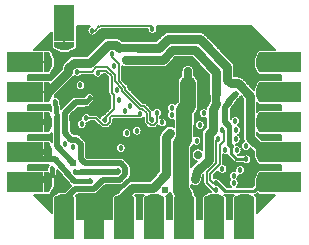
<source format=gbl>
G04 DipTrace 2.4.0.2*
%INQiUSBCharger.gbl*%
%MOMM*%
%ADD13C,0.127*%
%ADD15C,0.28*%
%ADD16C,0.533*%
%ADD17C,0.457*%
%ADD20C,0.254*%
%ADD22C,1.372*%
%ADD25C,0.381*%
%ADD27C,0.787*%
%ADD28C,0.711*%
%ADD30C,0.735*%
%ADD31C,0.152*%
%ADD32C,0.178*%
%ADD38R,1.7X1.6*%
%ADD39R,1.7X2.0*%
%ADD40R,1.6X1.7*%
%ADD41R,2.032X1.7*%
%ADD47R,2.0X1.7*%
%ADD61C,0.711*%
%ADD75C,0.559*%
%ADD77C,0.61*%
%FSLAX53Y53*%
G04*
G71*
G90*
G75*
G01*
%LNBottom*%
%LPD*%
X14524Y15466D2*
D16*
X14582D1*
X13194Y16854D1*
Y19321D1*
D17*
X13033Y20609D1*
X11270Y16350D2*
D16*
Y15774D1*
X12989D1*
X14607Y13936D1*
D17*
X16009Y13891D1*
X11270Y16350D2*
D16*
X12433D1*
X11270D2*
X10000D1*
X32860Y21430D2*
D20*
X31590D1*
X30428D1*
X29223Y15747D2*
X29197D1*
X29141Y15803D1*
X28376D1*
X27893Y16286D1*
Y16895D1*
X27913Y16916D1*
D25*
X27744Y17085D1*
Y18594D1*
D16*
X27420Y18917D1*
Y20215D1*
X27807Y20603D1*
X27655D1*
X28302Y21249D1*
X30425Y18890D2*
X31590D1*
X32860D1*
X24869Y14090D2*
D27*
X25021Y14804D1*
X26039Y15713D1*
Y17907D1*
X26390Y18258D1*
Y19962D1*
X26679Y20517D1*
D28*
Y21266D1*
D27*
Y23132D1*
X24829Y24981D1*
X22954D1*
X22124Y24151D1*
X19030D1*
D28*
X18997Y24184D1*
X16350Y12433D2*
D16*
Y11270D1*
Y10000D1*
X20898Y21424D2*
X19998D1*
Y22324D1*
Y23224D1*
X20898D1*
X21798D1*
Y22324D1*
X20898D1*
Y21424D1*
X21798D1*
X20393Y15911D2*
Y14861D1*
X21533D1*
Y15911D1*
Y16931D1*
X20393D1*
X21243Y19110D2*
D13*
X21070D1*
Y19761D1*
X20529Y20302D1*
X20333D1*
X18982Y21653D1*
Y21835D1*
X18417Y22401D1*
Y23837D1*
X17824Y24431D1*
Y24681D1*
X26510Y12433D2*
Y11270D1*
Y10000D1*
X15662Y19263D2*
X16460D1*
X17078Y18644D1*
X17402D1*
X17638Y18880D1*
Y19293D1*
X17776Y19431D1*
X20053D1*
X20245Y19624D1*
X11270Y21430D2*
X12433D1*
X32860Y16350D2*
X31590D1*
X30428D1*
X20078Y25185D2*
D27*
X21848D1*
X22611Y25947D1*
X25264D1*
X27607Y23604D1*
Y22480D1*
X27900Y22188D1*
X28478D1*
X29524Y21141D1*
Y17591D1*
X30765Y16350D1*
X31590D1*
X20078Y25185D2*
D28*
X18433D1*
D27*
X18149Y25469D1*
X17523D1*
X15991Y23937D1*
X14610D1*
D30*
X14151Y23478D1*
Y23149D1*
X12433Y21430D1*
X21430Y12433D2*
D13*
Y11270D1*
Y10000D1*
X12435Y18890D2*
D16*
X11270D1*
X10000D1*
X14744Y14723D2*
D17*
X15239D1*
D16*
X18252D1*
D17*
X18312Y14783D1*
X10000Y13810D2*
D13*
X11270D1*
X12433D1*
X30428Y23970D2*
X31590D1*
X32860D1*
X11270Y13810D2*
D25*
X11719D1*
X12379Y14470D1*
X12766D1*
Y14962D1*
X16640Y23103D2*
D13*
X16765D1*
Y23173D1*
X16683Y23255D1*
X17346D1*
X17806Y22795D1*
Y21408D1*
X17973Y21240D1*
Y20008D1*
X17069Y19104D1*
X17214D1*
X21268Y26814D2*
Y27074D1*
X16853D1*
X16765Y26986D1*
Y27021D1*
X16409Y26665D1*
X16178D1*
X12433Y23970D2*
X11270D1*
X10000D1*
X26607Y13748D2*
D15*
X26760D1*
X27426Y13083D1*
X29854D1*
X30428Y13656D1*
Y13810D1*
D13*
X31590D1*
X32860D1*
X26607Y13748D2*
D31*
X26422D1*
X26182Y13988D1*
Y14555D1*
X26958Y15332D1*
Y16968D1*
X27311Y17321D1*
Y18132D1*
X27211Y18232D1*
X27157D1*
X13810Y27780D2*
D13*
Y26510D1*
Y25348D1*
X29050Y12433D2*
Y11270D1*
Y10000D1*
X26644Y13162D2*
D32*
X26458D1*
X25869Y13751D1*
Y14721D1*
X26649Y15448D1*
Y17303D1*
X26836Y17489D1*
X24275Y23213D2*
D28*
Y22172D1*
D22*
Y20259D1*
X23947Y19931D1*
Y17396D1*
X23658Y17107D1*
Y13101D1*
X23970Y12789D1*
Y11270D1*
Y12433D2*
D30*
Y11379D1*
D22*
Y11270D1*
Y10000D1*
X21670Y19710D2*
D13*
X21610D1*
X21665Y19656D1*
Y18926D1*
X21373Y18633D1*
X21115D1*
X20797Y18952D1*
Y19674D1*
X20426Y20044D1*
X20231D1*
X18697Y21579D1*
Y21750D1*
X18076Y22371D1*
Y22917D1*
X17460Y23534D1*
X16475D1*
X16116Y23174D1*
X14888D1*
X18890Y12433D2*
D20*
Y11270D1*
Y10000D1*
Y12433D2*
D27*
Y12658D1*
X19578Y13346D1*
X21279D1*
X22433Y14500D1*
Y17630D1*
X22720Y18014D1*
X13810Y12433D2*
D16*
Y11270D1*
Y10000D1*
Y11270D2*
Y12321D1*
X14750Y13260D1*
X16287D1*
X17071Y14044D1*
X18508D1*
X18966Y14503D1*
Y15044D1*
X18602Y15407D1*
X15546D1*
X15187Y15767D1*
Y17066D1*
X14837Y17416D1*
X14413D1*
X13869Y17960D1*
Y19701D1*
X14774Y20606D1*
X15610D1*
D17*
X15941Y20937D1*
X28171Y13756D3*
X28148Y14378D3*
D75*
X31172Y15084D3*
D17*
X26627Y14334D3*
X17824Y24681D3*
X28396Y16536D3*
X27199Y14958D3*
X28710Y14865D3*
X18312Y14783D3*
X14744Y14723D3*
X13834Y17096D3*
X24999Y17340D3*
X16009Y13891D3*
X13033Y20609D3*
D77*
X22290Y13142D3*
D17*
X21243Y19110D3*
D28*
X25128Y16139D3*
D17*
X22916Y20128D3*
X25276Y18676D3*
X22904Y19504D3*
X25605Y19666D3*
D28*
X24869Y14090D3*
X26679Y20517D3*
D17*
X17989Y23629D3*
X19395Y20278D3*
D28*
X22720Y18014D3*
D17*
X15941Y20937D3*
X18415Y20812D3*
X21670Y19710D3*
X20245Y19624D3*
D28*
X20078Y25185D3*
D17*
X19931Y18179D3*
X22090Y18879D3*
X26607Y13748D3*
D28*
X24275Y23213D3*
D17*
X27157Y18232D3*
X26836Y17489D3*
X29223Y15747D3*
X27913Y16916D3*
X28328Y17492D3*
X28277Y19016D3*
X19072Y17987D3*
X13293Y13398D3*
D28*
X18997Y24184D3*
X18358Y26522D3*
X23355Y24014D3*
D77*
X14524Y15466D3*
D17*
X25431Y13098D3*
X15174Y22037D3*
X18965Y19855D3*
X26644Y13162D3*
X29159Y16886D3*
X28356Y18233D3*
X27390Y16579D3*
X28302Y21249D3*
X12766Y14962D3*
X17214Y19104D3*
D28*
X28222Y19937D3*
D17*
X18597Y16717D3*
X15277Y18724D3*
X14561Y16780D3*
X16547Y17885D3*
X14888Y23174D3*
D75*
X14902Y24891D3*
D17*
X18234Y21596D3*
X16640Y23103D3*
X16178Y26665D3*
X15662Y19263D3*
X12181Y25536D3*
X11049Y22723D3*
Y20158D3*
X11152Y17623D3*
X11171Y15098D3*
X15079Y11245D3*
X11787Y12403D3*
X17667Y11228D3*
X20181D3*
X22683Y11166D3*
X25262Y11242D3*
X27797Y11336D3*
X30707Y12444D3*
X31341Y17613D3*
X31075Y20159D3*
X31749Y22698D3*
X21268Y26814D3*
X14869Y26933D2*
D13*
X15837D1*
X21687D2*
X29712D1*
X14869Y26809D2*
X15766D1*
X16966D2*
X20830D1*
X21705D2*
X29835D1*
X14869Y26686D2*
X15742D1*
X16809D2*
X20850D1*
X21685D2*
X29960D1*
X14869Y26562D2*
X15754D1*
X16684D2*
X20913D1*
X21621D2*
X30083D1*
X12652Y26438D2*
X12752D1*
X14869D2*
X15808D1*
X16549D2*
X21058D1*
X21477D2*
X22273D1*
X25602D2*
X30206D1*
X12529Y26315D2*
X12752D1*
X14869D2*
X15927D1*
X16428D2*
X22132D1*
X25743D2*
X30331D1*
X12406Y26191D2*
X12752D1*
X14869D2*
X22009D1*
X25866D2*
X30454D1*
X12281Y26067D2*
X12752D1*
X14869D2*
X21886D1*
X25989D2*
X30577D1*
X12158Y25944D2*
X12752D1*
X14869D2*
X17163D1*
X18510D2*
X21761D1*
X26114D2*
X30702D1*
X12035Y25820D2*
X12752D1*
X14869D2*
X17028D1*
X18643D2*
X21638D1*
X26237D2*
X30825D1*
X11910Y25696D2*
X12752D1*
X14869D2*
X16905D1*
X26360D2*
X30948D1*
X11787Y25573D2*
X12752D1*
X14869D2*
X16782D1*
X26485D2*
X31073D1*
X11664Y25449D2*
X12752D1*
X14869D2*
X16657D1*
X26608D2*
X31197D1*
X11539Y25325D2*
X12752D1*
X14869D2*
X16534D1*
X26731D2*
X31320D1*
X11416Y25202D2*
X12758D1*
X14863D2*
X16411D1*
X26854D2*
X31443D1*
X11293Y25078D2*
X12855D1*
X14765D2*
X16286D1*
X26979D2*
X31568D1*
X12684Y24954D2*
X13095D1*
X14525D2*
X16163D1*
X27102D2*
X30175D1*
X12757Y24831D2*
X13335D1*
X14283D2*
X16040D1*
X27225D2*
X30103D1*
X12821Y24707D2*
X15915D1*
X27350D2*
X30040D1*
X12884Y24583D2*
X15792D1*
X27473D2*
X29976D1*
X12948Y24460D2*
X14327D1*
X27596D2*
X29913D1*
X13003Y24336D2*
X14165D1*
X23153D2*
X24628D1*
X27721D2*
X29857D1*
X13007Y24212D2*
X14077D1*
X23030D2*
X24753D1*
X27844D2*
X29851D1*
X13007Y24089D2*
X13954D1*
X22907D2*
X24876D1*
X27968D2*
X29851D1*
X13007Y23965D2*
X13829D1*
X22782D2*
X24999D1*
X28085D2*
X29851D1*
X13007Y23841D2*
X13708D1*
X22659D2*
X25124D1*
X28160D2*
X29851D1*
X13007Y23718D2*
X13629D1*
X22534D2*
X24041D1*
X24509D2*
X25247D1*
X28198D2*
X29851D1*
X13001Y23594D2*
X13587D1*
X18689D2*
X18828D1*
X22326D2*
X23864D1*
X24685D2*
X25370D1*
X28210D2*
X29859D1*
X12942Y23470D2*
X13575D1*
X18689D2*
X23775D1*
X24775D2*
X25495D1*
X28210D2*
X29919D1*
X12878Y23347D2*
X13540D1*
X18689D2*
X23727D1*
X24822D2*
X25618D1*
X28210D2*
X29982D1*
X12815Y23223D2*
X13417D1*
X18689D2*
X23711D1*
X24838D2*
X25741D1*
X28210D2*
X30046D1*
X12751Y23099D2*
X13293D1*
X18689D2*
X23711D1*
X24838D2*
X25866D1*
X28210D2*
X30109D1*
X12674Y22976D2*
X13170D1*
X17057D2*
X17246D1*
X18689D2*
X23711D1*
X24838D2*
X25990D1*
X28210D2*
X30186D1*
X10736Y22852D2*
X13045D1*
X15176D2*
X16286D1*
X16994D2*
X17371D1*
X18689D2*
X23702D1*
X24848D2*
X26077D1*
X28210D2*
X32123D1*
X10736Y22728D2*
X12922D1*
X14539D2*
X16429D1*
X16851D2*
X17494D1*
X18689D2*
X23578D1*
X24971D2*
X26077D1*
X28724D2*
X32123D1*
X10736Y22605D2*
X12799D1*
X14416D2*
X17534D1*
X18689D2*
X23495D1*
X25054D2*
X26077D1*
X28906D2*
X32123D1*
X10736Y22481D2*
X12674D1*
X14291D2*
X17534D1*
X18716D2*
X23438D1*
X25112D2*
X26077D1*
X29029D2*
X32123D1*
X14168Y22357D2*
X14883D1*
X15464D2*
X17534D1*
X18839D2*
X23400D1*
X25148D2*
X26077D1*
X29154D2*
X30137D1*
X14045Y22234D2*
X14786D1*
X15563D2*
X17534D1*
X18962D2*
X23384D1*
X25166D2*
X26077D1*
X29277D2*
X30073D1*
X13920Y22110D2*
X14744D1*
X15605D2*
X17534D1*
X19087D2*
X23380D1*
X25168D2*
X26077D1*
X29400D2*
X30010D1*
X13797Y21986D2*
X14740D1*
X15607D2*
X17534D1*
X19205D2*
X23380D1*
X25168D2*
X26077D1*
X29525D2*
X29946D1*
X13674Y21863D2*
X14776D1*
X15573D2*
X17534D1*
X19252D2*
X23380D1*
X25168D2*
X26077D1*
X29648D2*
X29883D1*
X13549Y21739D2*
X14861D1*
X15488D2*
X17534D1*
X19276D2*
X23380D1*
X25168D2*
X26077D1*
X29771D2*
X29851D1*
X13426Y21615D2*
X15125D1*
X15223D2*
X17534D1*
X19399D2*
X23380D1*
X25168D2*
X26077D1*
X13303Y21492D2*
X17534D1*
X19522D2*
X23380D1*
X25168D2*
X26077D1*
X13178Y21368D2*
X17538D1*
X19647D2*
X23380D1*
X25168D2*
X26077D1*
X13055Y21244D2*
X15637D1*
X16246D2*
X17592D1*
X19770D2*
X23380D1*
X25168D2*
X26077D1*
X13007Y21121D2*
X15512D1*
X16337D2*
X17701D1*
X19893D2*
X23380D1*
X25168D2*
X26095D1*
X13218Y20997D2*
X14516D1*
X16373D2*
X17701D1*
X20018D2*
X23380D1*
X25168D2*
X26115D1*
X28702D2*
X28823D1*
X13376Y20873D2*
X14375D1*
X16373D2*
X17701D1*
X20141D2*
X23380D1*
X25168D2*
X26115D1*
X28593D2*
X28922D1*
X13446Y20750D2*
X14252D1*
X16333D2*
X17701D1*
X20264D2*
X23380D1*
X25168D2*
X26115D1*
X28468D2*
X28922D1*
X13470Y20626D2*
X14127D1*
X16242D2*
X17701D1*
X20389D2*
X23380D1*
X25168D2*
X26059D1*
X28345D2*
X28922D1*
X13486Y20502D2*
X14004D1*
X16119D2*
X17701D1*
X20707D2*
X22703D1*
X23128D2*
X23263D1*
X25168D2*
X25993D1*
X28271D2*
X28922D1*
X10736Y20379D2*
X12623D1*
X13501D2*
X13881D1*
X16026D2*
X17701D1*
X20832D2*
X22561D1*
X25168D2*
X25930D1*
X28224D2*
X28922D1*
X30127D2*
X32123D1*
X10736Y20255D2*
X12637D1*
X13517D2*
X13756D1*
X15922D2*
X17701D1*
X20955D2*
X22499D1*
X25168D2*
X25866D1*
X28126D2*
X28922D1*
X30127D2*
X32123D1*
X10736Y20131D2*
X12653D1*
X13533D2*
X13633D1*
X14966D2*
X17701D1*
X21078D2*
X21606D1*
X21735D2*
X22479D1*
X25160D2*
X25813D1*
X28001D2*
X28922D1*
X30127D2*
X32123D1*
X10736Y20008D2*
X12668D1*
X14841D2*
X17594D1*
X21203D2*
X21354D1*
X21985D2*
X22497D1*
X25132D2*
X25341D1*
X27894D2*
X28922D1*
X30127D2*
X32123D1*
X14718Y19884D2*
X17471D1*
X22070D2*
X22557D1*
X25084D2*
X25228D1*
X27894D2*
X28922D1*
X14595Y19760D2*
X17348D1*
X22104D2*
X22555D1*
X25013D2*
X25178D1*
X27894D2*
X28922D1*
X14470Y19637D2*
X15449D1*
X15875D2*
X17223D1*
X22100D2*
X22489D1*
X24912D2*
X25170D1*
X27894D2*
X28922D1*
X14347Y19513D2*
X15308D1*
X16540D2*
X17090D1*
X22058D2*
X22467D1*
X24840D2*
X25198D1*
X27894D2*
X28922D1*
X14345Y19389D2*
X15244D1*
X16712D2*
X16889D1*
X21959D2*
X22483D1*
X24840D2*
X25271D1*
X27894D2*
X28063D1*
X28491D2*
X28922D1*
X14345Y19266D2*
X15224D1*
X22276D2*
X22541D1*
X24840D2*
X25454D1*
X28632D2*
X28922D1*
X14345Y19142D2*
X15196D1*
X17909D2*
X20525D1*
X22435D2*
X22672D1*
X24840D2*
X25789D1*
X28696D2*
X28922D1*
X14345Y19018D2*
X14960D1*
X17909D2*
X20525D1*
X22503D2*
X23053D1*
X24840D2*
X25013D1*
X25539D2*
X25789D1*
X28714D2*
X28922D1*
X14345Y18895D2*
X14877D1*
X15885D2*
X16451D1*
X17909D2*
X20532D1*
X22526D2*
X23053D1*
X25652D2*
X25789D1*
X28696D2*
X28922D1*
X14345Y18771D2*
X14843D1*
X15712D2*
X16574D1*
X17885D2*
X20598D1*
X22512D2*
X23053D1*
X25701D2*
X25789D1*
X28636D2*
X28922D1*
X14345Y18647D2*
X14847D1*
X15706D2*
X16697D1*
X17784D2*
X20723D1*
X22457D2*
X23053D1*
X25711D2*
X25789D1*
X28499D2*
X28922D1*
X14345Y18524D2*
X14891D1*
X15664D2*
X16820D1*
X17659D2*
X19673D1*
X20191D2*
X20846D1*
X21641D2*
X21846D1*
X22334D2*
X22412D1*
X25684D2*
X25789D1*
X28678D2*
X28922D1*
X14345Y18400D2*
X14992D1*
X15563D2*
X16980D1*
X17500D2*
X18965D1*
X19179D2*
X19558D1*
X20306D2*
X20991D1*
X21498D2*
X22263D1*
X24840D2*
X24942D1*
X25610D2*
X25688D1*
X28759D2*
X28922D1*
X14345Y18276D2*
X18751D1*
X19393D2*
X19507D1*
X20357D2*
X22168D1*
X24840D2*
X25122D1*
X25430D2*
X25567D1*
X28791D2*
X28922D1*
X14345Y18153D2*
X18669D1*
X20367D2*
X22074D1*
X24840D2*
X25491D1*
X28785D2*
X28922D1*
X14466Y18029D2*
X18637D1*
X20342D2*
X21983D1*
X24840D2*
X25450D1*
X28741D2*
X28922D1*
X14589Y17905D2*
X18643D1*
X19500D2*
X19595D1*
X20268D2*
X21900D1*
X24840D2*
X25438D1*
X28638D2*
X28922D1*
X10736Y17782D2*
X12720D1*
X15133D2*
X18689D1*
X19455D2*
X19770D1*
X20094D2*
X21850D1*
X24840D2*
X25438D1*
X28650D2*
X28922D1*
X30178D2*
X32123D1*
X10736Y17658D2*
X12720D1*
X15262D2*
X18792D1*
X19351D2*
X21832D1*
X25293D2*
X25438D1*
X28732D2*
X28922D1*
X30303D2*
X32123D1*
X10736Y17534D2*
X12720D1*
X15385D2*
X21830D1*
X28761D2*
X28924D1*
X30426D2*
X32123D1*
X10736Y17411D2*
X12720D1*
X15508D2*
X21830D1*
X28757D2*
X28950D1*
X30549D2*
X32123D1*
X15605Y17287D2*
X21830D1*
X28712D2*
X29008D1*
X15651Y17163D2*
X21830D1*
X28608D2*
X28825D1*
X15662Y17040D2*
X18310D1*
X18885D2*
X21830D1*
X25310D2*
X25438D1*
X28331D2*
X28752D1*
X15662Y16916D2*
X18211D1*
X18984D2*
X21830D1*
X24699D2*
X25438D1*
X28597D2*
X28724D1*
X15662Y16792D2*
X18167D1*
X19028D2*
X21830D1*
X24602D2*
X25438D1*
X15662Y16669D2*
X18163D1*
X19032D2*
X21830D1*
X24552D2*
X24966D1*
X25291D2*
X25438D1*
X29535D2*
X29601D1*
X15662Y16545D2*
X18197D1*
X18998D2*
X21830D1*
X24552D2*
X24743D1*
X29422D2*
X29724D1*
X15662Y16421D2*
X18280D1*
X18915D2*
X21830D1*
X24552D2*
X24642D1*
X28817D2*
X29847D1*
X15662Y16298D2*
X18520D1*
X18675D2*
X21830D1*
X28759D2*
X29851D1*
X15662Y16174D2*
X21830D1*
X28628D2*
X29851D1*
X15662Y16050D2*
X21830D1*
X27241D2*
X27660D1*
X29531D2*
X29851D1*
X15692Y15927D2*
X21830D1*
X27241D2*
X27783D1*
X29621D2*
X29879D1*
X18853Y15803D2*
X21830D1*
X24552D2*
X24678D1*
X27241D2*
X27908D1*
X29656D2*
X29942D1*
X18996Y15679D2*
X21830D1*
X24552D2*
X24811D1*
X27241D2*
X28031D1*
X29654D2*
X30006D1*
X19121Y15556D2*
X21830D1*
X24552D2*
X24966D1*
X27241D2*
X28156D1*
X29615D2*
X30069D1*
X19244Y15432D2*
X21830D1*
X24552D2*
X24827D1*
X27241D2*
X28926D1*
X29519D2*
X30133D1*
X19357Y15308D2*
X21830D1*
X24552D2*
X24688D1*
X27450D2*
X30282D1*
X10736Y15185D2*
X12393D1*
X19419D2*
X21830D1*
X27569D2*
X28418D1*
X29001D2*
X32123D1*
X10736Y15061D2*
X12341D1*
X19441D2*
X21830D1*
X27622D2*
X28321D1*
X29099D2*
X32123D1*
X10736Y14937D2*
X12331D1*
X19441D2*
X21830D1*
X27634D2*
X28279D1*
X29140D2*
X32123D1*
X19441Y14814D2*
X21830D1*
X27610D2*
X28277D1*
X29144D2*
X30196D1*
X13164Y14690D2*
X13315D1*
X19441D2*
X21777D1*
X26713D2*
X26857D1*
X27541D2*
X27849D1*
X29109D2*
X30113D1*
X13164Y14566D2*
X13424D1*
X19441D2*
X21654D1*
X26588D2*
X27023D1*
X27374D2*
X27756D1*
X29023D2*
X30050D1*
X13164Y14443D2*
X13534D1*
X19437D2*
X21529D1*
X26465D2*
X27716D1*
X28581D2*
X28660D1*
X28761D2*
X29986D1*
X13134Y14319D2*
X13641D1*
X19403D2*
X21406D1*
X26465D2*
X27716D1*
X28581D2*
X29923D1*
X13049Y14195D2*
X13750D1*
X19324D2*
X21283D1*
X25507D2*
X25573D1*
X26465D2*
X27754D1*
X28543D2*
X29861D1*
X13007Y14072D2*
X13859D1*
X19201D2*
X21158D1*
X25479D2*
X25573D1*
X26894D2*
X27843D1*
X28468D2*
X29851D1*
X13007Y13948D2*
X13968D1*
X19078D2*
X21035D1*
X25453D2*
X25573D1*
X27047D2*
X27779D1*
X28563D2*
X29851D1*
X13007Y13824D2*
X14077D1*
X18954D2*
X19221D1*
X25408D2*
X25573D1*
X27170D2*
X27740D1*
X28603D2*
X29851D1*
X13007Y13701D2*
X14186D1*
X18829D2*
X19086D1*
X25324D2*
X25577D1*
X27295D2*
X27738D1*
X28605D2*
X29851D1*
X13007Y13577D2*
X14304D1*
X17270D2*
X18963D1*
X25172D2*
X25632D1*
X27418D2*
X27773D1*
X28567D2*
X29851D1*
X13005Y13453D2*
X14276D1*
X17145D2*
X18840D1*
X24564D2*
X25751D1*
X27541D2*
X27863D1*
X28479D2*
X29738D1*
X12952Y13330D2*
X14153D1*
X17022D2*
X18715D1*
X24679D2*
X25876D1*
X12888Y13206D2*
X14030D1*
X16899D2*
X18592D1*
X24759D2*
X25999D1*
X12825Y13082D2*
X13905D1*
X16776D2*
X18469D1*
X24814D2*
X26122D1*
X12761Y12959D2*
X13353D1*
X16651D2*
X18371D1*
X24848D2*
X26053D1*
X12692Y12835D2*
X13113D1*
X16480D2*
X18193D1*
X22697D2*
X22805D1*
X24862D2*
X25813D1*
X30093D2*
X30167D1*
X11283Y12711D2*
X12873D1*
X14867D2*
X17953D1*
X19828D2*
X20493D1*
X22556D2*
X22856D1*
X24908D2*
X25573D1*
X27448D2*
X28113D1*
X29988D2*
X31576D1*
X11408Y12588D2*
X12762D1*
X14859D2*
X17842D1*
X19939D2*
X20382D1*
X22479D2*
X22922D1*
X25019D2*
X25462D1*
X27559D2*
X28002D1*
X30099D2*
X31452D1*
X11531Y12464D2*
X12752D1*
X14869D2*
X17832D1*
X19949D2*
X20372D1*
X22489D2*
X22912D1*
X25029D2*
X25452D1*
X27569D2*
X27992D1*
X30109D2*
X31329D1*
X11654Y12340D2*
X12752D1*
X14869D2*
X17832D1*
X19949D2*
X20372D1*
X22489D2*
X22912D1*
X25029D2*
X25452D1*
X27569D2*
X27992D1*
X30109D2*
X31204D1*
X11779Y12217D2*
X12752D1*
X14869D2*
X17832D1*
X19949D2*
X20372D1*
X22489D2*
X22912D1*
X25029D2*
X25452D1*
X27569D2*
X27992D1*
X30109D2*
X31081D1*
X11902Y12093D2*
X12752D1*
X14869D2*
X17832D1*
X19949D2*
X20372D1*
X22489D2*
X22912D1*
X25029D2*
X25452D1*
X27569D2*
X27992D1*
X30109D2*
X30958D1*
X12025Y11969D2*
X12752D1*
X14869D2*
X17832D1*
X19949D2*
X20372D1*
X22489D2*
X22912D1*
X25029D2*
X25452D1*
X27569D2*
X27992D1*
X30109D2*
X30833D1*
X12148Y11846D2*
X12752D1*
X14869D2*
X17832D1*
X19949D2*
X20372D1*
X22489D2*
X22912D1*
X25029D2*
X25452D1*
X27569D2*
X27992D1*
X30109D2*
X30710D1*
X12273Y11722D2*
X12752D1*
X14869D2*
X17832D1*
X19949D2*
X20372D1*
X22489D2*
X22912D1*
X25029D2*
X25452D1*
X27569D2*
X27992D1*
X30109D2*
X30587D1*
X12396Y11598D2*
X12752D1*
X14869D2*
X17832D1*
X19949D2*
X20372D1*
X22489D2*
X22912D1*
X25029D2*
X25452D1*
X27569D2*
X27992D1*
X30109D2*
X30462D1*
X12519Y11475D2*
X12752D1*
X14869D2*
X17832D1*
X19949D2*
X20372D1*
X22489D2*
X22912D1*
X25029D2*
X25452D1*
X27569D2*
X27992D1*
X30109D2*
X30339D1*
X12644Y11351D2*
X12752D1*
X14869D2*
X17832D1*
X19949D2*
X20372D1*
X22489D2*
X22912D1*
X25029D2*
X25452D1*
X27569D2*
X27992D1*
X30109D2*
X30216D1*
X14869Y11227D2*
X17832D1*
X19949D2*
X20372D1*
X22489D2*
X22912D1*
X25029D2*
X25452D1*
X27569D2*
X27992D1*
X14869Y11104D2*
X17832D1*
X19949D2*
X20372D1*
X22489D2*
X22912D1*
X25029D2*
X25452D1*
X27569D2*
X27992D1*
X14869Y10980D2*
X17832D1*
X19949D2*
X20372D1*
X22489D2*
X22912D1*
X25029D2*
X25452D1*
X27569D2*
X27992D1*
X14869Y10856D2*
X17832D1*
X19949D2*
X20372D1*
X22489D2*
X22912D1*
X25029D2*
X25452D1*
X27569D2*
X27992D1*
X14869Y10733D2*
X17832D1*
X19949D2*
X20372D1*
X22489D2*
X22912D1*
X25029D2*
X25452D1*
X27569D2*
X27992D1*
X14856Y12012D2*
Y10721D1*
X15074Y10724D1*
X17846D1*
X17844Y11196D1*
Y12266D1*
Y12530D1*
X17855Y12592D1*
X17884Y12648D1*
X17932Y12693D1*
X18007Y12733D1*
X18358Y12914D1*
X18420Y13013D1*
X18473Y13075D1*
X19161Y13763D1*
X19208Y13805D1*
X19260Y13843D1*
X19315Y13874D1*
X19373Y13899D1*
X19434Y13918D1*
X19496Y13930D1*
X19578Y13936D1*
X21036D1*
X21311Y14212D1*
X21843Y14744D1*
Y17630D1*
X21847Y17694D1*
X21857Y17756D1*
X21874Y17817D1*
X21897Y17876D1*
X21927Y17933D1*
X21999Y18034D1*
X22289Y18416D1*
X22335Y18460D1*
X22385Y18499D1*
X22439Y18532D1*
X22497Y18560D1*
X22556Y18581D1*
X22618Y18595D1*
X22681Y18602D1*
X22745Y18603D1*
X22808Y18597D1*
X22870Y18584D1*
X22931Y18565D1*
X22989Y18539D1*
X23067Y18490D1*
X23066Y18920D1*
Y19112D1*
X22998Y19090D1*
X22935Y19081D1*
X22872D1*
X22809Y19090D1*
X22749Y19109D1*
X22691Y19137D1*
X22639Y19173D1*
X22593Y19216D1*
X22553Y19265D1*
X22521Y19320D1*
X22498Y19380D1*
X22484Y19441D1*
X22480Y19505D1*
X22485Y19568D1*
X22499Y19630D1*
X22522Y19689D1*
X22554Y19744D1*
X22594Y19793D1*
X22624Y19821D1*
X22565Y19890D1*
X22533Y19945D1*
X22510Y20004D1*
X22496Y20066D1*
X22491Y20129D1*
X22496Y20193D1*
X22510Y20254D1*
X22534Y20313D1*
X22566Y20368D1*
X22605Y20418D1*
X22652Y20461D1*
X22704Y20496D1*
X22762Y20524D1*
X22822Y20542D1*
X22885Y20552D1*
X22949Y20551D1*
X23011Y20542D1*
X23072Y20523D1*
X23129Y20495D1*
X23181Y20459D1*
X23218Y20427D1*
X23297Y20527D1*
X23392Y20623D1*
X23393Y22172D1*
X23402Y22298D1*
X23430Y22422D1*
X23474Y22541D1*
X23536Y22652D1*
X23612Y22753D1*
X23703Y22842D1*
X23723Y22858D1*
Y23213D1*
X23727Y23276D1*
X23738Y23339D1*
X23756Y23400D1*
X23781Y23458D1*
X23812Y23513D1*
X23850Y23564D1*
X23893Y23611D1*
X23941Y23652D1*
X23994Y23687D1*
X24051Y23717D1*
X24110Y23739D1*
X24171Y23754D1*
X24234Y23763D1*
X24298Y23764D1*
X24361Y23757D1*
X24423Y23744D1*
X24483Y23723D1*
X24540Y23696D1*
X24594Y23662D1*
X24644Y23622D1*
X24688Y23577D1*
X24727Y23527D1*
X24760Y23473D1*
X24787Y23416D1*
X24807Y23355D1*
X24820Y23293D1*
X24826Y23213D1*
Y22858D1*
X24911Y22781D1*
X24992Y22684D1*
X25058Y22575D1*
X25108Y22459D1*
X25141Y22336D1*
X25155Y22210D1*
X25156Y20259D1*
X25147Y20132D1*
X25120Y20008D1*
X25075Y19890D1*
X25014Y19779D1*
X24937Y19677D1*
X24829Y19567D1*
X24828Y17727D1*
X24906Y17754D1*
X24969Y17763D1*
X25033D1*
X25095Y17753D1*
X25156Y17734D1*
X25213Y17707D1*
X25265Y17671D1*
X25311Y17627D1*
X25351Y17578D1*
X25382Y17523D1*
X25405Y17464D1*
X25419Y17402D1*
X25424Y17340D1*
X25419Y17277D1*
X25405Y17215D1*
X25382Y17156D1*
X25350Y17101D1*
X25310Y17051D1*
X25264Y17008D1*
X25211Y16973D1*
X25154Y16945D1*
X25093Y16927D1*
X25031Y16917D1*
X24967D1*
X24905Y16927D1*
X24844Y16945D1*
X24787Y16973D1*
X24736Y17008D1*
X24686Y16916D1*
X24609Y16814D1*
X24538Y16740D1*
X24539Y16345D1*
Y15144D1*
X24589Y15205D1*
X24676Y15286D1*
X25024Y15596D1*
X24920Y15628D1*
X24862Y15656D1*
X24809Y15689D1*
X24759Y15729D1*
X24715Y15774D1*
X24675Y15824D1*
X24642Y15878D1*
X24616Y15936D1*
X24596Y15996D1*
X24583Y16058D1*
X24577Y16121D1*
X24579Y16185D1*
X24588Y16248D1*
X24604Y16309D1*
X24627Y16368D1*
X24657Y16424D1*
X24693Y16477D1*
X24735Y16524D1*
X24781Y16567D1*
X24833Y16604D1*
X24889Y16635D1*
X24947Y16659D1*
X25008Y16677D1*
X25071Y16687D1*
X25134Y16690D1*
X25198Y16685D1*
X25260Y16674D1*
X25321Y16655D1*
X25379Y16629D1*
X25451Y16584D1*
X25450Y17364D1*
X25453Y17970D1*
X25463Y18033D1*
X25480Y18094D1*
X25504Y18153D1*
X25533Y18209D1*
X25569Y18262D1*
X25622Y18323D1*
X25801Y18502D1*
Y19292D1*
X25759Y19271D1*
X25699Y19252D1*
X25636Y19243D1*
X25573D1*
X25510Y19253D1*
X25449Y19271D1*
X25392Y19299D1*
X25340Y19335D1*
X25293Y19378D1*
X25254Y19428D1*
X25222Y19483D1*
X25199Y19542D1*
X25185Y19604D1*
X25181Y19667D1*
X25185Y19730D1*
X25200Y19792D1*
X25223Y19851D1*
X25255Y19906D1*
X25295Y19955D1*
X25341Y19998D1*
X25394Y20034D1*
X25451Y20061D1*
X25512Y20080D1*
X25574Y20089D1*
X25638D1*
X25701Y20079D1*
X25761Y20060D1*
X25806Y20039D1*
X25819Y20106D1*
X25838Y20167D1*
X25897Y20290D1*
X26128Y20736D1*
X26127Y21059D1*
X26105Y21131D1*
X26094Y21193D1*
X26089Y21330D1*
Y22888D1*
X24585Y24392D1*
X23196D1*
X22832Y24026D1*
X22493Y23692D1*
X22442Y23655D1*
X22386Y23624D1*
X22328Y23599D1*
X22268Y23580D1*
X22205Y23568D1*
X22124Y23562D1*
X19030D1*
X18966Y23565D1*
X18904Y23576D1*
X18842Y23593D1*
X18783Y23616D1*
X18727Y23646D1*
X18676Y23680D1*
Y22506D1*
X18960Y22225D1*
X19165Y22019D1*
X19204Y21969D1*
X19230Y21911D1*
X19241Y21835D1*
Y21762D1*
X19974Y21028D1*
X20441Y20561D1*
X20529D1*
X20592Y20554D1*
X20651Y20531D1*
X20712Y20486D1*
X21271Y19925D1*
X21320Y19950D1*
X21360Y20000D1*
X21406Y20043D1*
X21459Y20078D1*
X21516Y20106D1*
X21577Y20124D1*
X21639Y20134D1*
X21703Y20133D1*
X21766Y20124D1*
X21826Y20105D1*
X21883Y20077D1*
X21935Y20041D1*
X21982Y19998D1*
X22021Y19948D1*
X22053Y19893D1*
X22076Y19834D1*
X22089Y19772D1*
X22094Y19710D1*
X22089Y19647D1*
X22075Y19585D1*
X22052Y19526D1*
X22020Y19471D1*
X21981Y19422D1*
X21923Y19371D1*
X21924Y19269D1*
X21997Y19293D1*
X22059Y19302D1*
X22123D1*
X22185Y19292D1*
X22246Y19273D1*
X22303Y19245D1*
X22355Y19209D1*
X22402Y19166D1*
X22441Y19116D1*
X22473Y19061D1*
X22495Y19002D1*
X22509Y18940D1*
X22514Y18879D1*
X22509Y18815D1*
X22495Y18754D1*
X22472Y18695D1*
X22440Y18640D1*
X22400Y18590D1*
X22354Y18547D1*
X22301Y18511D1*
X22244Y18484D1*
X22184Y18465D1*
X22121Y18456D1*
X22057D1*
X21995Y18465D1*
X21934Y18484D1*
X21877Y18512D1*
X21825Y18547D1*
X21778Y18591D1*
X21742Y18636D1*
X21556Y18450D1*
X21506Y18411D1*
X21448Y18385D1*
X21373Y18374D1*
X21115D1*
X21053Y18382D1*
X20993Y18404D1*
X20932Y18450D1*
X20613Y18769D1*
X20574Y18819D1*
X20549Y18876D1*
X20537Y18952D1*
Y19315D1*
X20457Y19256D1*
X20400Y19229D1*
X20339Y19210D1*
X20276Y19201D1*
X20213D1*
X20180Y19206D1*
X20104Y19177D1*
X19989Y19172D1*
X17896D1*
X17897Y18880D1*
X17889Y18818D1*
X17867Y18758D1*
X17821Y18697D1*
X17585Y18461D1*
X17535Y18422D1*
X17477Y18396D1*
X17402Y18385D1*
X17078D1*
X17016Y18393D1*
X16956Y18416D1*
X16895Y18461D1*
X16352Y19004D1*
X15998D1*
X15926Y18931D1*
X15874Y18895D1*
X15816Y18868D1*
X15756Y18849D1*
X15683Y18840D1*
X15697Y18785D1*
X15702Y18724D1*
X15697Y18660D1*
X15683Y18598D1*
X15660Y18539D1*
X15628Y18485D1*
X15588Y18435D1*
X15542Y18392D1*
X15489Y18356D1*
X15432Y18329D1*
X15371Y18310D1*
X15309Y18301D1*
X15245D1*
X15183Y18310D1*
X15122Y18329D1*
X15065Y18357D1*
X15012Y18392D1*
X14966Y18436D1*
X14927Y18485D1*
X14895Y18540D1*
X14872Y18599D1*
X14858Y18661D1*
X14853Y18725D1*
X14858Y18788D1*
X14872Y18850D1*
X14896Y18909D1*
X14928Y18963D1*
X14967Y19013D1*
X15014Y19056D1*
X15066Y19092D1*
X15124Y19119D1*
X15184Y19137D1*
X15253Y19147D1*
X15242Y19201D1*
X15238Y19264D1*
X15242Y19327D1*
X15257Y19389D1*
X15280Y19448D1*
X15312Y19503D1*
X15352Y19552D1*
X15398Y19595D1*
X15451Y19631D1*
X15508Y19658D1*
X15569Y19677D1*
X15631Y19686D1*
X15695D1*
X15758Y19676D1*
X15818Y19657D1*
X15875Y19630D1*
X15927Y19594D1*
X15974Y19550D1*
X15997Y19521D1*
X16460Y19522D1*
X16523Y19514D1*
X16582Y19491D1*
X16643Y19446D1*
X16824Y19265D1*
X16833Y19289D1*
X16865Y19344D1*
X16904Y19393D1*
X16951Y19436D1*
X17003Y19472D1*
X17061Y19499D1*
X17116Y19516D1*
X17715Y20116D1*
X17714Y21024D1*
Y21133D1*
X17623Y21224D1*
X17584Y21274D1*
X17558Y21332D1*
X17547Y21408D1*
Y22687D1*
X17240Y22995D1*
X17050Y22996D1*
X17022Y22918D1*
X16990Y22863D1*
X16951Y22814D1*
X16904Y22771D1*
X16852Y22735D1*
X16794Y22708D1*
X16734Y22689D1*
X16671Y22680D1*
X16608D1*
X16545Y22689D1*
X16484Y22708D1*
X16427Y22736D1*
X16375Y22771D1*
X16328Y22815D1*
X16289Y22864D1*
X16257Y22919D1*
X16245Y22951D1*
X16167Y22920D1*
X16052Y22915D1*
X15225D1*
X15152Y22842D1*
X15100Y22807D1*
X15043Y22779D1*
X14982Y22761D1*
X14919Y22751D1*
X14856D1*
X14793Y22761D1*
X14732Y22780D1*
X14675Y22807D1*
X14623Y22842D1*
X14549Y22751D1*
X12996Y21197D1*
Y21105D1*
X12984Y21041D1*
X12988Y21052D1*
X13002Y21032D1*
X13066D1*
X13129Y21023D1*
X13189Y21004D1*
X13246Y20976D1*
X13298Y20940D1*
X13345Y20897D1*
X13384Y20847D1*
X13416Y20792D1*
X13439Y20733D1*
X13454Y20662D1*
X13534Y20018D1*
X13767Y20253D1*
X14447Y20933D1*
X14495Y20974D1*
X14548Y21009D1*
X14605Y21036D1*
X14666Y21055D1*
X14718Y21065D1*
X14901Y21068D1*
X15474D1*
X15641Y21237D1*
X15689Y21278D1*
X15743Y21312D1*
X15801Y21338D1*
X15863Y21354D1*
X15926Y21361D1*
X15989Y21359D1*
X16051Y21347D1*
X16111Y21326D1*
X16167Y21296D1*
X16218Y21258D1*
X16263Y21213D1*
X16301Y21162D1*
X16330Y21106D1*
X16351Y21046D1*
X16363Y20984D1*
X16365Y20921D1*
X16358Y20858D1*
X16341Y20796D1*
X16316Y20738D1*
X16282Y20685D1*
X16196Y20592D1*
X16041Y20437D1*
X16018Y20388D1*
X15984Y20335D1*
X15944Y20286D1*
X15897Y20243D1*
X15844Y20207D1*
X15788Y20179D1*
X15727Y20159D1*
X15665Y20147D1*
X15483Y20144D1*
X14965D1*
X14330Y19509D1*
X14331Y18622D1*
Y18152D1*
X14604Y17878D1*
X14837Y17879D1*
X14900Y17874D1*
X14962Y17861D1*
X15022Y17840D1*
X15078Y17811D1*
X15122Y17780D1*
X15253Y17653D1*
X15514Y17393D1*
X15555Y17345D1*
X15590Y17292D1*
X15617Y17235D1*
X15636Y17174D1*
X15646Y17121D1*
X15649Y16939D1*
Y15957D1*
X15737Y15871D1*
X18602Y15870D1*
X18666Y15865D1*
X18728Y15852D1*
X18787Y15831D1*
X18844Y15802D1*
X18888Y15771D1*
X19019Y15644D1*
X19293Y15371D1*
X19335Y15323D1*
X19369Y15270D1*
X19397Y15212D1*
X19416Y15152D1*
X19425Y15099D1*
X19428Y14917D1*
Y14503D1*
X19424Y14439D1*
X19411Y14377D1*
X19390Y14317D1*
X19360Y14261D1*
X19330Y14217D1*
X19203Y14086D1*
X18834Y13717D1*
X18787Y13675D1*
X18733Y13641D1*
X18676Y13614D1*
X18616Y13595D1*
X18563Y13585D1*
X18381Y13582D1*
X17263D1*
X16614Y12933D1*
X16566Y12892D1*
X16513Y12857D1*
X16455Y12830D1*
X16395Y12811D1*
X16342Y12801D1*
X16160Y12798D1*
X14939D1*
X14806Y12662D1*
X14827Y12631D1*
X14851Y12573D1*
X14856Y12467D1*
Y12012D1*
X12764Y11217D2*
X12766Y12266D1*
X12764Y12319D1*
Y12530D1*
X12775Y12592D1*
X12804Y12648D1*
X12852Y12693D1*
X12927Y12733D1*
X13396Y12974D1*
X13458Y12993D1*
X13549Y12996D1*
X13832D1*
X14374Y13538D1*
X14348Y13552D1*
X14298Y13591D1*
X14176Y13726D1*
X13178Y14860D1*
X13152Y14787D1*
Y14470D1*
X13147Y14407D1*
X13132Y14345D1*
X13106Y14287D1*
X13072Y14234D1*
X13007Y14168D1*
X13002Y14165D1*
X12996Y14135D1*
Y13485D1*
X12984Y13421D1*
X12945Y13339D1*
X12704Y12871D1*
X12666Y12820D1*
X12614Y12784D1*
X12552Y12766D1*
X12467Y12764D1*
X11216D1*
X11648Y12334D1*
X12766Y11216D1*
X30848Y19936D2*
X32136D1*
X32137Y20386D1*
X31786Y20384D1*
X31648Y20386D1*
X31443Y20384D1*
X30594Y20386D1*
X30541Y20384D1*
X30330D1*
X30268Y20395D1*
X30212Y20424D1*
X30167Y20472D1*
X30127Y20547D1*
X30113Y20570D1*
Y19746D1*
X30156Y19829D1*
X30194Y19880D1*
X30246Y19916D1*
X30308Y19934D1*
X30394Y19936D1*
X30848D1*
X32135Y17844D2*
X30594Y17846D1*
X30536Y17844D1*
X30330D1*
X30268Y17855D1*
X30212Y17884D1*
X30167Y17932D1*
X30127Y18007D1*
X30113Y18030D1*
Y17833D1*
X30554Y17394D1*
X30807Y17395D1*
X32139Y17396D1*
X32137Y17614D1*
Y17846D1*
X31786Y17844D1*
X31648Y17846D1*
X30848Y22476D2*
X32136D1*
X32137Y22926D1*
X31664Y22924D1*
X30594D1*
X30330D1*
X30268Y22935D1*
X30212Y22964D1*
X30167Y23012D1*
X30127Y23087D1*
X29886Y23556D1*
X29867Y23618D1*
X29864Y23709D1*
Y24295D1*
X29876Y24359D1*
X29915Y24441D1*
X30156Y24909D1*
X30194Y24960D1*
X30246Y24996D1*
X30308Y25014D1*
X30394Y25016D1*
X31644D1*
X31212Y25446D1*
X29600Y27058D1*
X28866Y27057D1*
X21617D1*
X21650Y26996D1*
X21673Y26937D1*
X21687Y26875D1*
X21692Y26814D1*
X21687Y26751D1*
X21673Y26689D1*
X21650Y26630D1*
X21618Y26575D1*
X21578Y26525D1*
X21532Y26482D1*
X21479Y26446D1*
X21422Y26419D1*
X21362Y26400D1*
X21299Y26391D1*
X21235D1*
X21173Y26401D1*
X21112Y26419D1*
X21055Y26447D1*
X21003Y26483D1*
X20956Y26526D1*
X20917Y26576D1*
X20885Y26631D1*
X20862Y26690D1*
X20848Y26752D1*
X20843Y26817D1*
X20569Y26815D1*
X16959D1*
X16897Y26763D1*
X16853Y26743D1*
X16593Y26482D1*
X16541Y26442D1*
X16489Y26376D1*
X16442Y26333D1*
X16390Y26298D1*
X16333Y26270D1*
X16272Y26251D1*
X16209Y26242D1*
X16146D1*
X16083Y26252D1*
X16023Y26270D1*
X15966Y26298D1*
X15913Y26334D1*
X15867Y26377D1*
X15827Y26427D1*
X15796Y26482D1*
X15773Y26541D1*
X15759Y26603D1*
X15754Y26666D1*
X15759Y26729D1*
X15773Y26791D1*
X15796Y26850D1*
X15828Y26905D1*
X15868Y26954D1*
X15915Y26997D1*
X15967Y27033D1*
X16015Y27056D1*
X14854Y27057D1*
X14856Y26584D1*
Y25514D1*
Y25250D1*
X14845Y25188D1*
X14816Y25132D1*
X14768Y25087D1*
X14693Y25047D1*
X14224Y24806D1*
X14162Y24787D1*
X14072Y24784D1*
X13485D1*
X13421Y24796D1*
X13339Y24835D1*
X12871Y25076D1*
X12820Y25114D1*
X12784Y25166D1*
X12766Y25228D1*
X12764Y25314D1*
Y26564D1*
X12334Y26132D1*
X11216Y25014D1*
X11417Y25016D1*
X12266Y25014D1*
X12319Y25016D1*
X12530D1*
X12592Y25005D1*
X12648Y24976D1*
X12693Y24928D1*
X12733Y24853D1*
X12974Y24384D1*
X12993Y24322D1*
X12996Y24232D1*
Y23645D1*
X12984Y23581D1*
X12945Y23499D1*
X12704Y23031D1*
X12666Y22980D1*
X12614Y22944D1*
X12552Y22926D1*
X12467Y22924D1*
X10721D1*
X10724Y22706D1*
Y22474D1*
X11196Y22476D1*
X12266D1*
X12530D1*
X12594Y22464D1*
X12632Y22447D1*
X12663Y22457D1*
X13588Y23381D1*
X13592Y23541D1*
X13602Y23604D1*
X13620Y23665D1*
X13644Y23723D1*
X13675Y23779D1*
X13712Y23830D1*
X13798Y23921D1*
X14091Y24214D1*
X14119Y24262D1*
X14156Y24313D1*
X14200Y24359D1*
X14247Y24401D1*
X14299Y24437D1*
X14355Y24468D1*
X14414Y24492D1*
X14475Y24510D1*
X14537Y24521D1*
X14674Y24526D1*
X15747D1*
X17107Y25885D1*
X17154Y25928D1*
X17205Y25965D1*
X17261Y25996D1*
X17319Y26021D1*
X17379Y26040D1*
X17442Y26052D1*
X17523Y26058D1*
X18212Y26055D1*
X18275Y26044D1*
X18336Y26027D1*
X18395Y26004D1*
X18451Y25974D1*
X18504Y25939D1*
X18566Y25885D1*
X18716Y25735D1*
X19872Y25736D1*
X19942Y25758D1*
X20005Y25769D1*
X20141Y25774D1*
X21604D1*
X22194Y26364D1*
X22241Y26406D1*
X22293Y26443D1*
X22348Y26474D1*
X22406Y26500D1*
X22467Y26518D1*
X22529Y26531D1*
X22611Y26536D1*
X25264D1*
X25328Y26533D1*
X25390Y26523D1*
X25451Y26506D1*
X25510Y26482D1*
X25566Y26453D1*
X25619Y26417D1*
X25681Y26364D1*
X28024Y24020D1*
X28067Y23973D1*
X28104Y23922D1*
X28135Y23866D1*
X28160Y23808D1*
X28179Y23748D1*
X28191Y23685D1*
X28197Y23604D1*
Y22776D1*
X28478Y22777D1*
X28541Y22773D1*
X28604Y22763D1*
X28665Y22746D1*
X28724Y22723D1*
X28780Y22693D1*
X28833Y22658D1*
X28894Y22604D1*
X29864Y21635D1*
Y21755D1*
X29876Y21819D1*
X29915Y21901D1*
X30156Y22369D1*
X30194Y22420D1*
X30246Y22456D1*
X30308Y22474D1*
X30394Y22476D1*
X30848D1*
X25016Y12012D2*
Y10721D1*
X25234Y10724D1*
X25466D1*
X25464Y11196D1*
Y12266D1*
Y12530D1*
X25475Y12592D1*
X25504Y12648D1*
X25552Y12693D1*
X25627Y12733D1*
X26096Y12974D1*
X26158Y12993D1*
X26223Y12996D1*
X25668Y13549D1*
X25629Y13599D1*
X25601Y13656D1*
X25587Y13720D1*
X25585Y13941D1*
Y14519D1*
X25557Y14492D1*
X25446Y13968D1*
X25429Y13906D1*
X25406Y13847D1*
X25377Y13791D1*
X25342Y13738D1*
X25301Y13689D1*
X25256Y13645D1*
X25205Y13606D1*
X25151Y13573D1*
X25094Y13545D1*
X25034Y13524D1*
X24973Y13510D1*
X24910Y13502D1*
X24846Y13501D1*
X24783Y13507D1*
X24721Y13520D1*
X24660Y13539D1*
X24602Y13565D1*
X24539Y13602D1*
Y13466D1*
X24636Y13366D1*
X24712Y13264D1*
X24773Y13153D1*
X24817Y13033D1*
X24843Y12909D1*
X24851Y12777D1*
Y12731D1*
X24909Y12704D1*
X24960Y12666D1*
X24996Y12614D1*
X25014Y12552D1*
X25016Y12467D1*
Y12012D1*
X22924Y10725D2*
X22926Y12266D1*
X22924Y12319D1*
Y12530D1*
X22936Y12594D1*
X22930Y12576D1*
X22916Y12626D1*
X22855Y12737D1*
X22811Y12857D1*
X22785Y12981D1*
X22782Y13009D1*
X22774Y13017D1*
X22754Y12956D1*
X22727Y12899D1*
X22693Y12846D1*
X22652Y12797D1*
X22605Y12754D1*
X22553Y12717D1*
X22498Y12687D1*
X22425Y12661D1*
X22447Y12631D1*
X22471Y12573D1*
X22476Y12467D1*
Y10721D1*
X22694Y10724D1*
X22926D1*
X22924Y11196D1*
X22926D1*
X27556Y12012D2*
Y10721D1*
X27774Y10724D1*
X28006D1*
X28004Y11196D1*
Y12266D1*
Y12530D1*
X28015Y12592D1*
X28044Y12648D1*
X28092Y12693D1*
X28167Y12733D1*
X28197Y12748D1*
X27426Y12747D1*
X27361Y12754D1*
X27433Y12713D1*
X27500Y12666D1*
X27536Y12614D1*
X27554Y12552D1*
X27556Y12467D1*
Y12012D1*
X12012Y20384D2*
X10721D1*
X10724Y20166D1*
Y19934D1*
X11074Y19936D1*
X11212Y19934D1*
X11417Y19936D1*
X12266Y19934D1*
X12324Y19936D1*
X12530D1*
X12592Y19925D1*
X12648Y19896D1*
X12702Y19835D1*
X12630Y20412D1*
X12554Y20386D1*
X12530Y20384D1*
X12012D1*
X32135Y15304D2*
X30594Y15306D1*
X30541Y15304D1*
X30330D1*
X30268Y15315D1*
X30212Y15344D1*
X30167Y15392D1*
X30127Y15467D1*
X29886Y15936D1*
X29867Y15998D1*
X29864Y16089D1*
Y16416D1*
X29552Y16729D1*
X29509Y16647D1*
X29470Y16597D1*
X29423Y16554D1*
X29371Y16519D1*
X29313Y16491D1*
X29253Y16473D1*
X29190Y16463D1*
X29127D1*
X29064Y16473D1*
X29003Y16491D1*
X28946Y16519D1*
X28894Y16555D1*
X28847Y16598D1*
X28801Y16660D1*
X28815Y16598D1*
X28820Y16536D1*
X28815Y16473D1*
X28801Y16411D1*
X28778Y16352D1*
X28746Y16297D1*
X28707Y16247D1*
X28660Y16204D1*
X28608Y16169D1*
X28550Y16141D1*
X28507Y16128D1*
X28757Y16125D1*
X29033D1*
X29069Y16142D1*
X29130Y16161D1*
X29193Y16170D1*
X29256D1*
X29319Y16160D1*
X29379Y16141D1*
X29436Y16114D1*
X29489Y16078D1*
X29535Y16034D1*
X29574Y15985D1*
X29606Y15930D1*
X29629Y15870D1*
X29643Y15808D1*
X29647Y15747D1*
X29642Y15684D1*
X29628Y15622D1*
X29605Y15563D1*
X29573Y15508D1*
X29534Y15458D1*
X29487Y15415D1*
X29435Y15379D1*
X29378Y15352D1*
X29317Y15333D1*
X29254Y15324D1*
X29191D1*
X29128Y15334D1*
X29067Y15352D1*
X29010Y15380D1*
X28958Y15416D1*
X28895Y15479D1*
X28376Y15480D1*
X28313Y15486D1*
X28252Y15505D1*
X28197Y15535D1*
X28148Y15574D1*
X27665Y16057D1*
X27625Y16106D1*
X27594Y16166D1*
X27545Y16184D1*
X27484Y16166D1*
X27422Y16156D1*
X27358D1*
X27296Y16166D1*
X27230Y16187D1*
X27232Y15381D1*
X27295Y15371D1*
X27355Y15352D1*
X27412Y15324D1*
X27464Y15288D1*
X27511Y15245D1*
X27550Y15195D1*
X27582Y15140D1*
X27605Y15081D1*
X27618Y15019D1*
X27623Y14958D1*
X27618Y14894D1*
X27604Y14833D1*
X27581Y14774D1*
X27549Y14719D1*
X27510Y14669D1*
X27463Y14626D1*
X27411Y14590D1*
X27353Y14563D1*
X27293Y14544D1*
X27230Y14535D1*
X27167D1*
X27104Y14544D1*
X27043Y14563D1*
X26986Y14591D1*
X26934Y14627D1*
X26887Y14670D1*
X26848Y14719D1*
X26807Y14798D1*
X26566Y14556D1*
X26453Y14442D1*
X26454Y14145D1*
X26514Y14162D1*
X26576Y14171D1*
X26640D1*
X26702Y14161D1*
X26763Y14142D1*
X26820Y14115D1*
X26872Y14079D1*
X26900Y14053D1*
X26969Y14010D1*
X27177Y13805D1*
X27566Y13417D1*
X27916Y13418D1*
X27860Y13468D1*
X27820Y13518D1*
X27789Y13573D1*
X27765Y13632D1*
X27752Y13694D1*
X27747Y13757D1*
X27752Y13820D1*
X27766Y13882D1*
X27789Y13941D1*
X27821Y13996D1*
X27871Y14055D1*
X27797Y14140D1*
X27766Y14195D1*
X27743Y14254D1*
X27729Y14316D1*
X27724Y14379D1*
X27729Y14442D1*
X27743Y14504D1*
X27767Y14563D1*
X27798Y14618D1*
X27838Y14667D1*
X27885Y14710D1*
X27937Y14746D1*
X27994Y14773D1*
X28055Y14792D1*
X28118Y14801D1*
X28181D1*
X28244Y14791D1*
X28295Y14775D1*
X28286Y14866D1*
X28291Y14929D1*
X28305Y14991D1*
X28328Y15050D1*
X28360Y15105D1*
X28400Y15154D1*
X28447Y15197D1*
X28499Y15233D1*
X28556Y15260D1*
X28617Y15279D1*
X28680Y15288D1*
X28743D1*
X28806Y15278D1*
X28866Y15259D1*
X28924Y15231D1*
X28976Y15195D1*
X29022Y15152D1*
X29062Y15102D1*
X29093Y15047D1*
X29116Y14988D1*
X29130Y14926D1*
X29134Y14865D1*
X29130Y14801D1*
X29115Y14740D1*
X29092Y14681D1*
X29061Y14626D1*
X29021Y14576D1*
X28974Y14533D1*
X28922Y14497D1*
X28865Y14470D1*
X28804Y14451D1*
X28741Y14442D1*
X28678D1*
X28615Y14451D1*
X28564Y14467D1*
X28572Y14378D1*
X28568Y14315D1*
X28554Y14253D1*
X28530Y14194D1*
X28499Y14139D1*
X28446Y14077D1*
X28483Y14044D1*
X28522Y13994D1*
X28554Y13939D1*
X28577Y13880D1*
X28591Y13818D1*
X28595Y13756D1*
X28591Y13693D1*
X28576Y13631D1*
X28553Y13572D1*
X28521Y13517D1*
X28482Y13468D1*
X28424Y13417D1*
X29331Y13418D1*
X29714D1*
X29865Y13568D1*
X29864Y14135D1*
X29876Y14199D1*
X29915Y14281D1*
X30156Y14749D1*
X30194Y14800D1*
X30246Y14836D1*
X30308Y14854D1*
X30394Y14856D1*
X32139D1*
X32137Y15074D1*
Y15306D1*
X31664Y15304D1*
Y15306D1*
X20384Y10725D2*
X20386Y12266D1*
X20384Y12319D1*
Y12530D1*
X20395Y12592D1*
X20424Y12648D1*
X20472Y12693D1*
X20547Y12733D1*
X20595Y12757D1*
X19820D1*
X19788Y12723D1*
X19829Y12704D1*
X19880Y12666D1*
X19916Y12614D1*
X19934Y12552D1*
X19936Y12467D1*
Y10721D1*
X20154Y10724D1*
X20386D1*
X20384Y11196D1*
X20386D1*
X12012Y17844D2*
X10724D1*
Y17394D1*
X11074Y17396D1*
X11212Y17394D1*
X11417Y17396D1*
X12266Y17394D1*
X12319Y17396D1*
X12530D1*
X12592Y17385D1*
X12648Y17356D1*
X12693Y17308D1*
X12732Y17235D1*
Y18007D1*
X12704Y17951D1*
X12666Y17900D1*
X12614Y17864D1*
X12552Y17846D1*
X12467Y17844D1*
X12012D1*
Y15304D2*
X10724D1*
Y14854D1*
X11196Y14856D1*
X12266D1*
X12357D1*
X12347Y14899D1*
X12342Y14963D1*
X12347Y15026D1*
X12361Y15088D1*
X12384Y15147D1*
X12416Y15202D1*
X12456Y15251D1*
X12517Y15304D1*
X12012D1*
X31643Y12764D2*
X30594Y12766D1*
X30541Y12764D1*
X30330D1*
X30268Y12775D1*
X30212Y12804D1*
X30167Y12852D1*
X30142Y12897D1*
X30091Y12845D1*
X30042Y12805D1*
X29986Y12775D1*
X29924Y12755D1*
X29916Y12742D1*
X29989Y12704D1*
X30040Y12666D1*
X30076Y12614D1*
X30094Y12552D1*
X30096Y12467D1*
Y11216D1*
X30526Y11648D1*
X31644Y12766D1*
X28336Y16955D2*
X28429Y16959D1*
X28492Y16949D1*
X28552Y16930D1*
X28609Y16903D1*
X28661Y16867D1*
X28708Y16823D1*
X28754Y16762D1*
X28739Y16824D1*
X28735Y16887D1*
X28739Y16950D1*
X28754Y17012D1*
X28777Y17071D1*
X28809Y17126D1*
X28849Y17175D1*
X28895Y17218D1*
X28948Y17254D1*
X29018Y17285D1*
X28971Y17386D1*
X28953Y17447D1*
X28940Y17509D1*
X28935Y17591D1*
Y20899D1*
X28738Y21093D1*
X28701Y21016D1*
X28665Y20964D1*
X28539Y20832D1*
X28268Y20562D1*
X28255Y20487D1*
X28235Y20426D1*
X28207Y20369D1*
X28171Y20317D1*
X28045Y20186D1*
X27883Y20024D1*
Y19170D1*
X27928Y19256D1*
X27967Y19305D1*
X28014Y19348D1*
X28066Y19384D1*
X28124Y19411D1*
X28184Y19430D1*
X28247Y19439D1*
X28310D1*
X28373Y19429D1*
X28434Y19410D1*
X28491Y19382D1*
X28543Y19347D1*
X28589Y19303D1*
X28629Y19253D1*
X28660Y19198D1*
X28683Y19139D1*
X28697Y19077D1*
X28702Y19016D1*
X28697Y18953D1*
X28683Y18891D1*
X28660Y18832D1*
X28628Y18777D1*
X28588Y18727D1*
X28542Y18684D1*
X28473Y18641D1*
X28570Y18599D1*
X28622Y18564D1*
X28668Y18520D1*
X28708Y18470D1*
X28739Y18415D1*
X28762Y18356D1*
X28776Y18294D1*
X28780Y18233D1*
X28776Y18170D1*
X28762Y18108D1*
X28738Y18049D1*
X28707Y17994D1*
X28667Y17944D1*
X28621Y17901D1*
X28548Y17856D1*
X28593Y17823D1*
X28640Y17780D1*
X28679Y17730D1*
X28711Y17675D1*
X28734Y17616D1*
X28747Y17554D1*
X28752Y17492D1*
X28747Y17429D1*
X28733Y17367D1*
X28710Y17308D1*
X28678Y17253D1*
X28639Y17203D1*
X28592Y17160D1*
X28540Y17125D1*
X28482Y17097D1*
X28422Y17079D1*
X28359Y17069D1*
X28309D1*
X28333Y16977D1*
X28335Y16956D1*
X25695Y18613D2*
X25681Y18551D1*
X25658Y18492D1*
X25626Y18437D1*
X25586Y18387D1*
X25540Y18344D1*
X25487Y18308D1*
X25430Y18281D1*
X25370Y18262D1*
X25307Y18253D1*
X25243D1*
X25181Y18263D1*
X25120Y18281D1*
X25063Y18309D1*
X25011Y18345D1*
X24964Y18388D1*
X24925Y18438D1*
X24893Y18493D1*
X24870Y18552D1*
X24856Y18614D1*
X24851Y18677D1*
X24856Y18740D1*
X24871Y18802D1*
X24894Y18861D1*
X24926Y18916D1*
X24965Y18965D1*
X25012Y19008D1*
X25065Y19044D1*
X25122Y19071D1*
X25182Y19090D1*
X25245Y19099D1*
X25309D1*
X25371Y19089D1*
X25432Y19070D1*
X25489Y19043D1*
X25541Y19007D1*
X25588Y18963D1*
X25627Y18914D1*
X25658Y18859D1*
X25681Y18799D1*
X25695Y18737D1*
X25700Y18676D1*
X25695Y18613D1*
X20351Y18115D2*
X20337Y18053D1*
X20314Y17994D1*
X20282Y17939D1*
X20242Y17890D1*
X20196Y17847D1*
X20143Y17811D1*
X20086Y17784D1*
X20025Y17765D1*
X19963Y17755D1*
X19899Y17756D1*
X19837Y17765D1*
X19776Y17784D1*
X19719Y17811D1*
X19666Y17847D1*
X19620Y17890D1*
X19581Y17940D1*
X19549Y17995D1*
X19526Y18054D1*
X19512Y18116D1*
X19507Y18179D1*
X19512Y18243D1*
X19526Y18304D1*
X19550Y18363D1*
X19582Y18418D1*
X19621Y18468D1*
X19668Y18511D1*
X19720Y18546D1*
X19778Y18574D1*
X19838Y18592D1*
X19901Y18602D1*
X19964Y18601D1*
X20027Y18592D1*
X20088Y18573D1*
X20145Y18545D1*
X20197Y18509D1*
X20243Y18466D1*
X20283Y18416D1*
X20314Y18361D1*
X20337Y18302D1*
X20351Y18240D1*
X20356Y18179D1*
X20351Y18115D1*
X19491Y17923D2*
X19477Y17861D1*
X19454Y17802D1*
X19422Y17747D1*
X19383Y17698D1*
X19336Y17655D1*
X19284Y17619D1*
X19226Y17592D1*
X19166Y17573D1*
X19103Y17563D1*
X19040Y17564D1*
X18977Y17573D1*
X18916Y17592D1*
X18859Y17619D1*
X18807Y17655D1*
X18760Y17698D1*
X18721Y17748D1*
X18689Y17803D1*
X18666Y17862D1*
X18652Y17924D1*
X18648Y17987D1*
X18652Y18051D1*
X18667Y18112D1*
X18690Y18171D1*
X18722Y18226D1*
X18762Y18276D1*
X18808Y18319D1*
X18861Y18354D1*
X18918Y18382D1*
X18979Y18400D1*
X19041Y18410D1*
X19105Y18409D1*
X19168Y18400D1*
X19228Y18381D1*
X19285Y18353D1*
X19337Y18317D1*
X19384Y18274D1*
X19423Y18224D1*
X19455Y18169D1*
X19478Y18110D1*
X19491Y18048D1*
X19496Y17987D1*
X19491Y17923D1*
X15593Y21974D2*
X15579Y21912D1*
X15556Y21853D1*
X15524Y21798D1*
X15485Y21749D1*
X15438Y21706D1*
X15386Y21670D1*
X15328Y21642D1*
X15268Y21624D1*
X15205Y21614D1*
X15142D1*
X15079Y21624D1*
X15018Y21643D1*
X14961Y21670D1*
X14909Y21706D1*
X14862Y21749D1*
X14823Y21799D1*
X14791Y21854D1*
X14768Y21913D1*
X14754Y21975D1*
X14750Y22038D1*
X14755Y22102D1*
X14769Y22163D1*
X14792Y22222D1*
X14824Y22277D1*
X14864Y22327D1*
X14910Y22370D1*
X14963Y22405D1*
X15020Y22433D1*
X15081Y22451D1*
X15143Y22460D1*
X15207D1*
X15270Y22451D1*
X15330Y22432D1*
X15387Y22404D1*
X15439Y22368D1*
X15486Y22325D1*
X15525Y22275D1*
X15557Y22220D1*
X15580Y22161D1*
X15594Y22099D1*
X15598Y22037D1*
X15593Y21974D1*
X19017Y16653D2*
X19003Y16591D1*
X18979Y16532D1*
X18948Y16477D1*
X18908Y16428D1*
X18861Y16385D1*
X18809Y16349D1*
X18752Y16322D1*
X18691Y16303D1*
X18628Y16293D1*
X18565Y16294D1*
X18502Y16303D1*
X18442Y16322D1*
X18385Y16349D1*
X18332Y16385D1*
X18286Y16428D1*
X18246Y16478D1*
X18215Y16533D1*
X18192Y16592D1*
X18178Y16654D1*
X18173Y16717D1*
X18178Y16781D1*
X18192Y16842D1*
X18215Y16901D1*
X18247Y16956D1*
X18287Y17006D1*
X18334Y17049D1*
X18386Y17084D1*
X18443Y17112D1*
X18504Y17130D1*
X18567Y17140D1*
X18630Y17139D1*
X18693Y17130D1*
X18754Y17111D1*
X18811Y17083D1*
X18863Y17047D1*
X18909Y17004D1*
X18949Y16954D1*
X18980Y16899D1*
X19003Y16840D1*
X19017Y16778D1*
X19021Y16717D1*
X19017Y16653D1*
D38*
X13810Y11270D3*
G36*
X14660Y12530D2*
Y12065D1*
X12960D1*
Y12530D1*
X13485Y12800D1*
X14135D1*
X14660Y12530D1*
G37*
D39*
X13810Y10000D3*
D40*
X31590Y18890D3*
Y21430D3*
D41*
X32860Y18890D3*
Y21430D3*
G36*
X30330Y22280D2*
X30795D1*
Y20580D1*
X30330D1*
X30060Y21105D1*
Y21755D1*
X30330Y22280D1*
G37*
G36*
Y19740D2*
X30790D1*
Y18040D1*
X30330D1*
X30060Y18565D1*
Y19215D1*
X30330Y19740D1*
G37*
D38*
X23970Y11270D3*
G36*
X24820Y12530D2*
Y12065D1*
X23120D1*
Y12530D1*
X23645Y12800D1*
X24295D1*
X24820Y12530D1*
G37*
D39*
X23970Y10000D3*
D38*
X16350Y11270D3*
G36*
X17200Y12530D2*
Y12065D1*
X15500D1*
Y12530D1*
X16025Y12800D1*
X16675D1*
X17200Y12530D1*
G37*
D39*
X16350Y10000D3*
D38*
X26510Y11270D3*
G36*
X27360Y12530D2*
Y12065D1*
X25660D1*
Y12530D1*
X26185Y12800D1*
X26835D1*
X27360Y12530D1*
G37*
D39*
X26510Y10000D3*
D40*
X11270Y21430D3*
G36*
X12530Y20580D2*
X12065D1*
Y22280D1*
X12530D1*
X12800Y21755D1*
Y21105D1*
X12530Y20580D1*
G37*
D47*
X10000Y21430D3*
D40*
X31590Y16350D3*
G36*
X30330Y17200D2*
X30795D1*
Y15500D1*
X30330D1*
X30060Y16025D1*
Y16675D1*
X30330Y17200D1*
G37*
D47*
X32860Y16350D3*
D38*
X21430Y11270D3*
G36*
X22280Y12530D2*
Y12065D1*
X20580D1*
Y12530D1*
X21105Y12800D1*
X21755D1*
X22280Y12530D1*
G37*
D39*
X21430Y10000D3*
D40*
X11270Y18890D3*
Y16350D3*
D41*
X10000Y18890D3*
Y16350D3*
G36*
X12530Y15500D2*
X12065D1*
Y17200D1*
X12530D1*
X12800Y16675D1*
Y16025D1*
X12530Y15500D1*
G37*
G36*
Y18040D2*
X12070D1*
Y19740D1*
X12530D1*
X12800Y19215D1*
Y18565D1*
X12530Y18040D1*
G37*
D40*
X11270Y13810D3*
G36*
X12530Y12960D2*
X12065D1*
Y14660D1*
X12530D1*
X12800Y14135D1*
Y13485D1*
X12530Y12960D1*
G37*
D47*
X10000Y13810D3*
D40*
X31590Y23970D3*
G36*
X30330Y24820D2*
X30795D1*
Y23120D1*
X30330D1*
X30060Y23645D1*
Y24295D1*
X30330Y24820D1*
G37*
D47*
X32860Y23970D3*
D40*
X11270D3*
G36*
X12530Y23120D2*
X12065D1*
Y24820D1*
X12530D1*
X12800Y24295D1*
Y23645D1*
X12530Y23120D1*
G37*
D47*
X10000Y23970D3*
D40*
X31590Y13810D3*
G36*
X30330Y14660D2*
X30795D1*
Y12960D1*
X30330D1*
X30060Y13485D1*
Y14135D1*
X30330Y14660D1*
G37*
D47*
X32860Y13810D3*
D38*
X13810Y26510D3*
G36*
X12960Y25250D2*
Y25715D1*
X14660D1*
Y25250D1*
X14135Y24980D1*
X13485D1*
X12960Y25250D1*
G37*
D39*
X13810Y27780D3*
D38*
X29050Y11270D3*
G36*
X29900Y12530D2*
Y12065D1*
X28200D1*
Y12530D1*
X28725Y12800D1*
X29375D1*
X29900Y12530D1*
G37*
D39*
X29050Y10000D3*
D61*
X20393Y16931D3*
X21533D3*
X20393Y15911D3*
X21533D3*
Y14861D3*
X20393D3*
X19998Y23224D3*
X20898D3*
X21798D3*
X19998Y22324D3*
X20898D3*
X21798D3*
X19998Y21424D3*
X20898D3*
X21798D3*
D38*
X18890Y11270D3*
G36*
X19740Y12530D2*
Y12065D1*
X18040D1*
Y12530D1*
X18565Y12800D1*
X19215D1*
X19740Y12530D1*
G37*
D39*
X18890Y10000D3*
G36*
X17490Y17038D2*
X17680Y17067D1*
X17828Y17127D1*
X17922Y17203D1*
X17998Y17279D1*
X18061Y17392D1*
X18087Y17457D1*
X18107Y17552D1*
X18117Y17603D1*
X18122Y17686D1*
X18099Y17751D1*
X18061Y17789D1*
X18036Y17814D1*
X18023Y17878D1*
X18028Y17903D1*
X18043Y17954D1*
X18074Y17982D1*
X17992Y18081D1*
X17916Y18030D1*
X17898D1*
X17862Y18119D1*
X17807Y18132D1*
X17706Y18142D1*
X17812Y17889D1*
Y17857D1*
X17805Y17814D1*
X17782Y17804D1*
X17731Y17824D1*
X17668Y17940D1*
X17597Y18111D1*
X17546Y18086D1*
X17492Y18022D1*
X17566Y17832D1*
X17528Y17838D1*
X17490D1*
Y17038D1*
G37*
M02*

</source>
